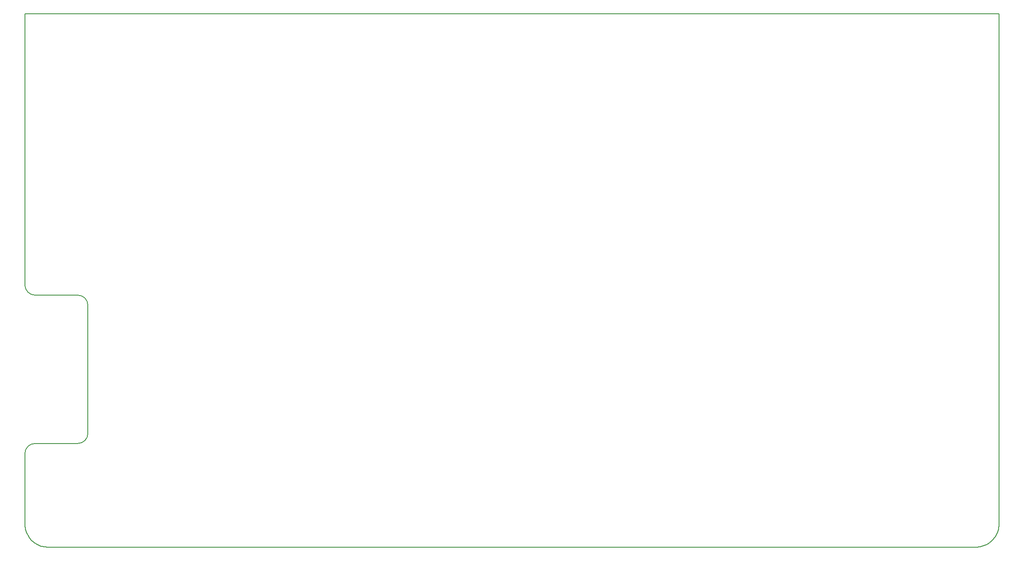
<source format=gbr>
%TF.GenerationSoftware,KiCad,Pcbnew,(5.1.6)-1*%
%TF.CreationDate,2020-08-11T14:57:58+01:00*%
%TF.ProjectId,panel-main,70616e65-6c2d-46d6-9169-6e2e6b696361,rev?*%
%TF.SameCoordinates,Original*%
%TF.FileFunction,Profile,NP*%
%FSLAX46Y46*%
G04 Gerber Fmt 4.6, Leading zero omitted, Abs format (unit mm)*
G04 Created by KiCad (PCBNEW (5.1.6)-1) date 2020-08-11 14:57:58*
%MOMM*%
%LPD*%
G01*
G04 APERTURE LIST*
%TA.AperFunction,Profile*%
%ADD10C,0.200000*%
%TD*%
G04 APERTURE END LIST*
D10*
X50972508Y-38971591D02*
X50972508Y-92309883D01*
X242687490Y-38971591D02*
X50972508Y-38971591D01*
X61372508Y-94309883D02*
G75*
G02*
X63372508Y-96309883I0J-2000000D01*
G01*
X52972508Y-94309883D02*
X61372508Y-94309883D01*
X52972508Y-94309883D02*
G75*
G02*
X50972508Y-92309883I0J2000000D01*
G01*
X55472508Y-143909883D02*
X238187490Y-143909883D01*
X241769770Y-142096719D02*
X241928449Y-141869262D01*
X241928449Y-141869262D02*
X242073087Y-141632115D01*
X242073087Y-141632115D02*
X242203341Y-141386260D01*
X242203341Y-141386260D02*
X242318870Y-141132680D01*
X242318870Y-141132680D02*
X242419332Y-140872359D01*
X242419332Y-140872359D02*
X242504383Y-140606279D01*
X242504383Y-140606279D02*
X242573683Y-140335424D01*
X242573683Y-140335424D02*
X242626889Y-140060777D01*
X242626889Y-140060777D02*
X242663659Y-139783322D01*
X242663659Y-139783322D02*
X242683651Y-139504040D01*
X242683651Y-139504040D02*
X242687490Y-139317324D01*
X242687490Y-139317324D02*
X242687490Y-38971591D01*
X238187490Y-143909883D02*
X238445533Y-143901898D01*
X238445533Y-143901898D02*
X238702533Y-143878184D01*
X238702533Y-143878184D02*
X238957740Y-143839103D01*
X238957740Y-143839103D02*
X239210399Y-143785014D01*
X239210399Y-143785014D02*
X239459759Y-143716279D01*
X239459759Y-143716279D02*
X239705067Y-143633259D01*
X239705067Y-143633259D02*
X239945571Y-143536313D01*
X239945571Y-143536313D02*
X240180518Y-143425804D01*
X240180518Y-143425804D02*
X240409157Y-143302091D01*
X240409157Y-143302091D02*
X240630733Y-143165536D01*
X240630733Y-143165536D02*
X240844496Y-143016499D01*
X240844496Y-143016499D02*
X241049693Y-142855342D01*
X241049693Y-142855342D02*
X241245571Y-142682424D01*
X241245571Y-142682424D02*
X241431378Y-142498107D01*
X241431378Y-142498107D02*
X241606362Y-142302752D01*
X241606362Y-142302752D02*
X241769770Y-142096719D01*
X63372508Y-121509883D02*
G75*
G02*
X61372508Y-123509883I-2000000J0D01*
G01*
X61372508Y-123509883D02*
X52972508Y-123509883D01*
X63372508Y-96309883D02*
X63372508Y-121509883D01*
X52766574Y-142986753D02*
X52989415Y-143147096D01*
X52989415Y-143147096D02*
X53221312Y-143293029D01*
X53221312Y-143293029D02*
X53461337Y-143424254D01*
X53461337Y-143424254D02*
X53708567Y-143540476D01*
X53708567Y-143540476D02*
X53962074Y-143641395D01*
X53962074Y-143641395D02*
X54220933Y-143726715D01*
X54220933Y-143726715D02*
X54484219Y-143796138D01*
X54484219Y-143796138D02*
X54751005Y-143849368D01*
X54751005Y-143849368D02*
X55020366Y-143886106D01*
X55020366Y-143886106D02*
X55291375Y-143906056D01*
X55291375Y-143906056D02*
X55472508Y-143909883D01*
X50972508Y-139317324D02*
X50980516Y-139583265D01*
X50980516Y-139583265D02*
X51004274Y-139847961D01*
X51004274Y-139847961D02*
X51043382Y-140110633D01*
X51043382Y-140110633D02*
X51097440Y-140370501D01*
X51097440Y-140370501D02*
X51166048Y-140626788D01*
X51166048Y-140626788D02*
X51248805Y-140878714D01*
X51248805Y-140878714D02*
X51345312Y-141125500D01*
X51345312Y-141125500D02*
X51455167Y-141366368D01*
X51455167Y-141366368D02*
X51577972Y-141600537D01*
X51577972Y-141600537D02*
X51713326Y-141827230D01*
X51713326Y-141827230D02*
X51860829Y-142045667D01*
X51860829Y-142045667D02*
X52020081Y-142255069D01*
X52020081Y-142255069D02*
X52190681Y-142454658D01*
X52190681Y-142454658D02*
X52372230Y-142643654D01*
X52372230Y-142643654D02*
X52564328Y-142821278D01*
X52564328Y-142821278D02*
X52766574Y-142986753D01*
X50972508Y-125509883D02*
X50972508Y-139317324D01*
X50972508Y-125509883D02*
G75*
G02*
X52972508Y-123509883I2000000J0D01*
G01*
M02*

</source>
